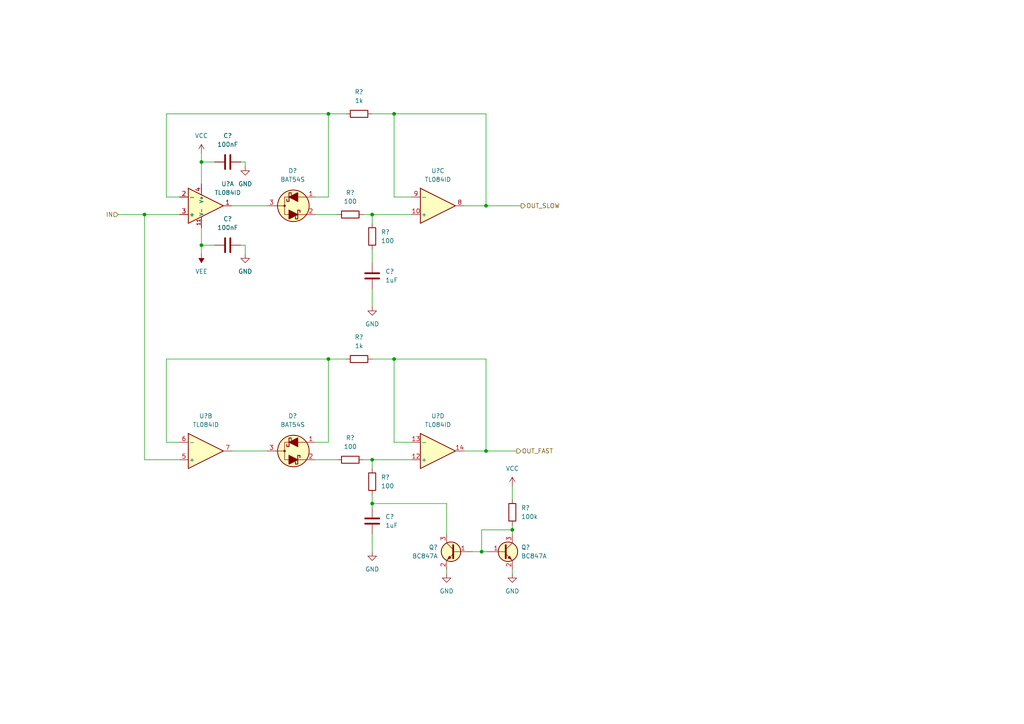
<source format=kicad_sch>
(kicad_sch (version 20211123) (generator eeschema)
  (paper "A4")
  (lib_symbols
    (symbol "4ms_Power-symbol:GND" (power) (pin_names (offset 0))
      (property "Value" "GND" (at 0 -3.81 0))
      (symbol "GND_0_1"
        (polyline (pts (xy 0 0) (xy 0 -1.27) (xy 1.27 -1.27) (xy 0 -2.54) (xy -1.27 -1.27) (xy 0 -1.27)))
      )
      (symbol "GND_1_1"
        (pin power_in line (at 0 0 270) (length 0) hide (name "GND") (number "1"))
      )
    )
    (symbol "Amplifier_Operational_AKL:TL084ID" (pin_names (offset 0.2))
      (property "Reference" "U" (at 1.27 7.62 0))
      (property "Value" "TL084ID" (at 1.27 5.08 0))
      (symbol "TL084ID_0_1"
        (polyline (pts (xy -3.81 5.08) (xy -3.81 -5.08) (xy 6.35 0) (xy -3.81 5.08)) (stroke (width 0.254)) (fill (type background)))
      )
      (symbol "TL084ID_1_1"
        (pin output line (at 8.89 0 180) (length 2.54) (name "~") (number "1"))
        (pin power_in line (at 0 -6.35 90) (length 3.18) (name "V-") (number "11"))
        (pin input line (at -6.35 2.54 0) (length 2.54) (name "-") (number "2"))
        (pin input line (at -6.35 -2.54 0) (length 2.54) (name "+") (number "3"))
        (pin power_in line (at 0 6.35 270) (length 3.18) (name "V+") (number "4"))
      )
      (symbol "TL084ID_2_1"
        (pin input line (at -6.35 -2.54 0) (length 2.54) (name "+") (number "5"))
        (pin input line (at -6.35 2.54 0) (length 2.54) (name "-") (number "6"))
        (pin output line (at 8.89 0 180) (length 2.54) (name "~") (number "7"))
      )
      (symbol "TL084ID_3_1"
        (pin input line (at -6.35 -2.54 0) (length 2.54) (name "+") (number "10"))
        (pin output line (at 8.89 0 180) (length 2.54) (name "~") (number "8"))
        (pin input line (at -6.35 2.54 0) (length 2.54) (name "-") (number "9"))
      )
      (symbol "TL084ID_4_1"
        (pin input line (at -6.35 -2.54 0) (length 2.54) (name "+") (number "12"))
        (pin input line (at -6.35 2.54 0) (length 2.54) (name "-") (number "13"))
        (pin output line (at 8.89 0 180) (length 2.54) (name "~") (number "14"))
      )
    )
    (symbol "Device:C" (pin_numbers hide) (pin_names (offset 0.254))
      (property "Reference" "C" (at 0.635 2.54 0))
      (property "Value" "C" (at 0.635 -2.54 0))
      (symbol "C_0_1"
        (polyline (pts (xy -2.032 -0.762) (xy 2.032 -0.762)) (stroke (width 0.508)))
        (polyline (pts (xy -2.032 0.762) (xy 2.032 0.762)) (stroke (width 0.508)))
      )
      (symbol "C_1_1"
        (pin passive line (at 0 3.81 270) (length 2.794) (name "~") (number "1"))
        (pin passive line (at 0 -3.81 90) (length 2.794) (name "~") (number "2"))
      )
    )
    (symbol "Device:R" (pin_numbers hide) (pin_names (offset 0))
      (property "Reference" "R" (at 2.032 0 90))
      (property "Value" "R" (at 0 0 90))
      (symbol "R_0_1"
        (rectangle (start -1.016 -2.54) (end 1.016 2.54) (stroke (width 0.254)))
      )
      (symbol "R_1_1"
        (pin passive line (at 0 3.81 270) (length 1.27) (name "~") (number "1"))
        (pin passive line (at 0 -3.81 90) (length 1.27) (name "~") (number "2"))
      )
    )
    (symbol "Diode_Schottky_AKL:BAT54S" (pin_names (offset 1.016) hide)
      (property "Reference" "D" (at 0 8.89 0))
      (property "Value" "BAT54S" (at 0 6.35 0))
      (symbol "BAT54S_0_1"
        (polyline (pts (xy -1.27 -2.54) (xy -3.81 -2.54)))
        (polyline (pts (xy -1.27 2.54) (xy -3.81 2.54)))
        (polyline (pts (xy 5.08 0) (xy 2.54 0)))
        (polyline (pts (xy 1.27 -2.54) (xy 2.54 -2.54) (xy 2.54 2.54) (xy 1.27 2.54)))
        (circle (center 0 0) (radius 4.572) (stroke (width 0.254)) (fill (type background)))
        (circle (center 2.54 0) (radius 0.254) (fill (type outline)))
      )
      (symbol "BAT54S_1_1"
        (polyline (pts (xy -1.27 2.54) (xy 1.27 2.54)))
        (polyline (pts (xy 1.27 -2.54) (xy -1.27 -2.54)))
        (polyline (pts (xy -1.27 1.27) (xy -1.27 3.81) (xy 1.27 2.54) (xy -1.27 1.27)) (stroke (width 0.254)) (fill (type outline)))
        (polyline (pts (xy 1.27 -1.27) (xy 1.27 -3.81) (xy -1.27 -2.54) (xy 1.27 -1.27)) (stroke (width 0.254)) (fill (type outline)))
        (polyline (pts (xy -1.905 -1.905) (xy -1.905 -1.27) (xy -1.27 -1.27) (xy -1.27 -3.81) (xy -0.635 -3.81) (xy -0.635 -3.175)) (stroke (width 0.254)))
        (polyline (pts (xy 1.905 1.905) (xy 1.905 1.27) (xy 1.27 1.27) (xy 1.27 3.81) (xy 0.635 3.81) (xy 0.635 3.175)) (stroke (width 0.254)))
        (pin passive line (at -6.35 2.54 0) (length 2.54) (name "A") (number "1"))
        (pin passive line (at -6.35 -2.54 0) (length 2.54) (name "K") (number "2"))
        (pin passive line (at 7.62 0 180) (length 2.54) (name "C") (number "3"))
      )
    )
    (symbol "Transistor_BJT_AKL:BC847A" (pin_names hide)
      (property "Reference" "Q" (at 5.08 1.27 0))
      (property "Value" "BC847A" (at 5.08 -1.27 0))
      (symbol "BC847A_0_1"
        (polyline (pts (xy 0.635 0.635) (xy 2.54 2.54)))
        (polyline (pts (xy 0.635 -0.635) (xy 2.54 -2.54) (xy 2.54 -2.54)))
        (polyline (pts (xy 0.635 1.905) (xy 0.635 -1.905) (xy 0.635 -1.905)) (stroke (width 0.508)))
        (polyline (pts (xy 1.27 -1.778) (xy 1.778 -1.27) (xy 2.286 -2.286) (xy 1.27 -1.778) (xy 1.27 -1.778)) (fill (type outline)))
        (circle (center 1.27 0) (radius 2.8194) (stroke (width 0.254)) (fill (type background)))
      )
      (symbol "BC847A_1_1"
        (pin input line (at -5.08 0 0) (length 5.715) (name "B") (number "1"))
        (pin passive line (at 2.54 -5.08 90) (length 2.54) (name "E") (number "2"))
        (pin passive line (at 2.54 5.08 270) (length 2.54) (name "C") (number "3"))
      )
    )
    (symbol "power:VCC" (power) (pin_names (offset 0))
      (property "Value" "VCC" (at 0 3.81 0))
      (symbol "VCC_0_1"
        (polyline (pts (xy -0.762 1.27) (xy 0 2.54)))
        (polyline (pts (xy 0 0) (xy 0 2.54)))
        (polyline (pts (xy 0 2.54) (xy 0.762 1.27)))
      )
      (symbol "VCC_1_1"
        (pin power_in line (at 0 0 90) (length 0) hide (name "VCC") (number "1"))
      )
    )
    (symbol "power:VEE" (power) (pin_names (offset 0))
      (property "Value" "VEE" (at 0 3.81 0))
      (symbol "VEE_0_1"
        (polyline (pts (xy 0 0) (xy 0 2.54)))
        (polyline (pts (xy 0.762 1.27) (xy -0.762 1.27) (xy 0 2.54) (xy 0.762 1.27)) (fill (type outline)))
      )
      (symbol "VEE_1_1"
        (pin power_in line (at 0 0 90) (length 0) hide (name "VEE") (number "1"))
      )
    )
  )
  (junction (at 139.7 160.02))
  (junction (at 148.59 153.67))
  (junction (at 114.3 33.02))
  (junction (at 107.95 146.05))
  (junction (at 140.97 130.81))
  (junction (at 95.25 104.14))
  (junction (at 58.42 46.99))
  (junction (at 58.42 71.12))
  (junction (at 107.95 133.35))
  (junction (at 140.97 59.69))
  (junction (at 114.3 104.14))
  (junction (at 95.25 33.02))
  (junction (at 41.91 62.23))
  (junction (at 107.95 62.23))
  (wire (pts (xy 119.38 57.15) (xy 114.3 57.15)))
  (wire (pts (xy 67.31 130.81) (xy 77.47 130.81)))
  (wire (pts (xy 58.42 71.12) (xy 58.42 73.66)))
  (wire (pts (xy 140.97 130.81) (xy 134.62 130.81)))
  (wire (pts (xy 107.95 133.35) (xy 107.95 135.89)))
  (wire (pts (xy 91.44 128.27) (xy 95.25 128.27)))
  (wire (pts (xy 114.3 104.14) (xy 114.3 128.27)))
  (wire (pts (xy 95.25 104.14) (xy 48.26 104.14)))
  (wire (pts (xy 71.12 71.12) (xy 69.85 71.12)))
  (wire (pts (xy 95.25 104.14) (xy 100.33 104.14)))
  (wire (pts (xy 107.95 133.35) (xy 119.38 133.35)))
  (wire (pts (xy 58.42 71.12) (xy 58.42 66.04)))
  (wire (pts (xy 114.3 33.02) (xy 140.97 33.02)))
  (wire (pts (xy 140.97 59.69) (xy 151.13 59.69)))
  (wire (pts (xy 41.91 133.35) (xy 52.07 133.35)))
  (wire (pts (xy 105.41 133.35) (xy 107.95 133.35)))
  (wire (pts (xy 62.23 71.12) (xy 58.42 71.12)))
  (wire (pts (xy 140.97 130.81) (xy 149.86 130.81)))
  (wire (pts (xy 148.59 144.78) (xy 148.59 140.97)))
  (wire (pts (xy 41.91 62.23) (xy 41.91 133.35)))
  (wire (pts (xy 148.59 153.67) (xy 148.59 154.94)))
  (wire (pts (xy 107.95 72.39) (xy 107.95 76.2)))
  (wire (pts (xy 140.97 104.14) (xy 140.97 130.81)))
  (wire (pts (xy 48.26 128.27) (xy 52.07 128.27)))
  (wire (pts (xy 140.97 59.69) (xy 134.62 59.69)))
  (wire (pts (xy 139.7 153.67) (xy 139.7 160.02)))
  (wire (pts (xy 107.95 154.94) (xy 107.95 160.02)))
  (wire (pts (xy 119.38 128.27) (xy 114.3 128.27)))
  (wire (pts (xy 107.95 83.82) (xy 107.95 88.9)))
  (wire (pts (xy 91.44 57.15) (xy 95.25 57.15)))
  (wire (pts (xy 148.59 152.4) (xy 148.59 153.67)))
  (wire (pts (xy 105.41 62.23) (xy 107.95 62.23)))
  (wire (pts (xy 107.95 104.14) (xy 114.3 104.14)))
  (wire (pts (xy 95.25 33.02) (xy 48.26 33.02)))
  (wire (pts (xy 107.95 62.23) (xy 119.38 62.23)))
  (wire (pts (xy 107.95 33.02) (xy 114.3 33.02)))
  (wire (pts (xy 95.25 57.15) (xy 95.25 33.02)))
  (wire (pts (xy 71.12 46.99) (xy 69.85 46.99)))
  (wire (pts (xy 114.3 104.14) (xy 140.97 104.14)))
  (wire (pts (xy 129.54 165.1) (xy 129.54 166.37)))
  (wire (pts (xy 91.44 133.35) (xy 97.79 133.35)))
  (wire (pts (xy 48.26 104.14) (xy 48.26 128.27)))
  (wire (pts (xy 129.54 146.05) (xy 107.95 146.05)))
  (wire (pts (xy 107.95 146.05) (xy 107.95 147.32)))
  (wire (pts (xy 71.12 73.66) (xy 71.12 71.12)))
  (wire (pts (xy 95.25 128.27) (xy 95.25 104.14)))
  (wire (pts (xy 48.26 33.02) (xy 48.26 57.15)))
  (wire (pts (xy 140.97 33.02) (xy 140.97 59.69)))
  (wire (pts (xy 129.54 154.94) (xy 129.54 146.05)))
  (wire (pts (xy 48.26 57.15) (xy 52.07 57.15)))
  (wire (pts (xy 107.95 143.51) (xy 107.95 146.05)))
  (wire (pts (xy 91.44 62.23) (xy 97.79 62.23)))
  (wire (pts (xy 52.07 62.23) (xy 41.91 62.23)))
  (wire (pts (xy 148.59 165.1) (xy 148.59 166.37)))
  (wire (pts (xy 58.42 46.99) (xy 58.42 53.34)))
  (wire (pts (xy 67.31 59.69) (xy 77.47 59.69)))
  (wire (pts (xy 114.3 33.02) (xy 114.3 57.15)))
  (wire (pts (xy 139.7 160.02) (xy 140.97 160.02)))
  (wire (pts (xy 137.16 160.02) (xy 139.7 160.02)))
  (wire (pts (xy 62.23 46.99) (xy 58.42 46.99)))
  (wire (pts (xy 34.29 62.23) (xy 41.91 62.23)))
  (wire (pts (xy 95.25 33.02) (xy 100.33 33.02)))
  (wire (pts (xy 107.95 62.23) (xy 107.95 64.77)))
  (wire (pts (xy 71.12 46.99) (xy 71.12 48.26)))
  (wire (pts (xy 58.42 44.45) (xy 58.42 46.99)))
  (wire (pts (xy 148.59 153.67) (xy 139.7 153.67)))
  (hierarchical_label "OUT_SLOW" (shape output) (at 151.13 59.69 0))
  (hierarchical_label "OUT_FAST" (shape output) (at 149.86 130.81 0))
  (hierarchical_label "IN" (shape input) (at 34.29 62.23 180))
  (symbol (lib_id "power:VEE") (at 58.42 73.66 180) (unit 1)
    (property "Reference" "#PWR?" (effects hide))
    (property "Value" "VEE" (at 58.42 78.74 0))
  )
  (symbol (lib_id "Amplifier_Operational_AKL:TL084ID") (at 125.73 59.69 0) (unit 3)
    (property "Reference" "U?" (at 127 49.53 0))
    (property "Value" "TL084ID" (at 127 52.07 0))
    (property "Footprint" "Package_SO_AKL:SOIC-14_3.9x8.7mm_P1.27mm" (effects hide))
    (property "Datasheet" "https://www.ti.com/lit/ds/symlink/tl081h.pdf?ts=1635082419092&ref_url=https%253A%252F%252Fwww.google.com%252F" (effects hide))
  )
  (symbol (lib_id "Diode_Schottky_AKL:BAT54S") (at 85.09 59.69 0) (mirror y) (unit 1)
    (property "Reference" "D?" (at 84.8995 49.53 0))
    (property "Value" "BAT54S" (at 84.8995 52.07 0))
    (property "Footprint" "Package_TO_SOT_SMD_AKL:SOT-23" (effects hide))
    (property "Datasheet" "https://www.tme.eu/Document/2c1c71bcfe5aad5e582fdc49c2dc275f/BAT54.215.pdf" (effects hide))
  )
  (symbol (lib_id "power:VCC") (at 148.59 140.97 0) (unit 1)
    (property "Reference" "#PWR?" (effects hide))
    (property "Value" "VCC" (at 148.59 135.89 0))
  )
  (symbol (lib_id "Device:R") (at 148.59 148.59 0) (unit 1)
    (property "Reference" "R?" (at 151.13 147.3199 0) (effects (justify left)))
    (property "Value" "100k" (at 151.13 149.8599 0) (effects (justify left)))
  )
  (symbol (lib_id "Device:C") (at 107.95 80.01 0) (unit 1)
    (property "Reference" "C?" (at 111.76 78.7399 0) (effects (justify left)))
    (property "Value" "1uF" (at 111.76 81.2799 0) (effects (justify left)))
  )
  (symbol (lib_id "Device:C") (at 66.04 46.99 90) (unit 1)
    (property "Reference" "C?" (at 66.04 39.37 90))
    (property "Value" "100nF" (at 66.04 41.91 90))
  )
  (symbol (lib_id "Device:R") (at 107.95 68.58 0) (unit 1)
    (property "Reference" "R?" (at 110.49 67.3099 0) (effects (justify left)))
    (property "Value" "100" (at 110.49 69.8499 0) (effects (justify left)))
  )
  (symbol (lib_id "Device:R") (at 104.14 104.14 90) (unit 1)
    (property "Reference" "R?" (at 104.14 97.79 90))
    (property "Value" "1k" (at 104.14 100.33 90))
  )
  (symbol (lib_id "Device:C") (at 107.95 151.13 0) (unit 1)
    (property "Reference" "C?" (at 111.76 149.8599 0) (effects (justify left)))
    (property "Value" "1uF" (at 111.76 152.3999 0) (effects (justify left)))
  )
  (symbol (lib_id "4ms_Power-symbol:GND") (at 71.12 48.26 0) (unit 1)
    (property "Reference" "#PWR?" (effects hide))
    (property "Value" "GND" (at 71.12 53.34 0))
  )
  (symbol (lib_id "4ms_Power-symbol:GND") (at 148.59 166.37 0) (unit 1)
    (property "Reference" "#PWR?" (effects hide))
    (property "Value" "GND" (at 148.59 171.45 0))
  )
  (symbol (lib_id "4ms_Power-symbol:GND") (at 107.95 160.02 0) (unit 1)
    (property "Reference" "#PWR?" (effects hide))
    (property "Value" "GND" (at 107.95 165.1 0))
  )
  (symbol (lib_id "Transistor_BJT_AKL:BC847A") (at 132.08 160.02 0) (mirror y) (unit 1)
    (property "Reference" "Q?" (at 127 158.7499 0) (effects (justify left)))
    (property "Value" "BC847A" (at 127 161.2899 0) (effects (justify left)))
    (property "Footprint" "Package_TO_SOT_SMD_AKL:SOT-23" (effects hide))
    (property "Datasheet" "https://assets.nexperia.com/documents/data-sheet/BC847_SER.pdf" (effects hide))
  )
  (symbol (lib_id "Device:R") (at 104.14 33.02 90) (unit 1)
    (property "Reference" "R?" (at 104.14 26.67 90))
    (property "Value" "1k" (at 104.14 29.21 90))
  )
  (symbol (lib_id "4ms_Power-symbol:GND") (at 129.54 166.37 0) (unit 1)
    (property "Reference" "#PWR?" (effects hide))
    (property "Value" "GND" (at 129.54 171.45 0))
  )
  (symbol (lib_id "Amplifier_Operational_AKL:TL084ID") (at 125.73 130.81 0) (unit 4)
    (property "Reference" "U?" (at 127 120.65 0))
    (property "Value" "TL084ID" (at 127 123.19 0))
    (property "Footprint" "Package_SO_AKL:SOIC-14_3.9x8.7mm_P1.27mm" (effects hide))
    (property "Datasheet" "https://www.ti.com/lit/ds/symlink/tl081h.pdf?ts=1635082419092&ref_url=https%253A%252F%252Fwww.google.com%252F" (effects hide))
  )
  (symbol (lib_id "Device:R") (at 107.95 139.7 0) (unit 1)
    (property "Reference" "R?" (at 110.49 138.4299 0) (effects (justify left)))
    (property "Value" "100" (at 110.49 140.9699 0) (effects (justify left)))
  )
  (symbol (lib_id "Device:C") (at 66.04 71.12 90) (unit 1)
    (property "Reference" "C?" (at 66.04 63.5 90))
    (property "Value" "100nF" (at 66.04 66.04 90))
  )
  (symbol (lib_id "Amplifier_Operational_AKL:TL084ID") (at 58.42 59.69 0) (unit 1)
    (property "Reference" "U?" (at 66.04 53.34 0))
    (property "Value" "TL084ID" (at 66.04 55.88 0))
    (property "Footprint" "Package_SO_AKL:SOIC-14_3.9x8.7mm_P1.27mm" (effects hide))
    (property "Datasheet" "https://www.ti.com/lit/ds/symlink/tl081h.pdf?ts=1635082419092&ref_url=https%253A%252F%252Fwww.google.com%252F" (effects hide))
  )
  (symbol (lib_id "Amplifier_Operational_AKL:TL084ID") (at 58.42 130.81 0) (unit 2)
    (property "Reference" "U?" (at 59.69 120.65 0))
    (property "Value" "TL084ID" (at 59.69 123.19 0))
    (property "Footprint" "Package_SO_AKL:SOIC-14_3.9x8.7mm_P1.27mm" (effects hide))
    (property "Datasheet" "https://www.ti.com/lit/ds/symlink/tl081h.pdf?ts=1635082419092&ref_url=https%253A%252F%252Fwww.google.com%252F" (effects hide))
  )
  (symbol (lib_id "power:VCC") (at 58.42 44.45 0) (unit 1)
    (property "Reference" "#PWR?" (effects hide))
    (property "Value" "VCC" (at 58.42 39.37 0))
  )
  (symbol (lib_id "4ms_Power-symbol:GND") (at 107.95 88.9 0) (unit 1)
    (property "Reference" "#PWR?" (effects hide))
    (property "Value" "GND" (at 107.95 93.98 0))
  )
  (symbol (lib_id "Device:R") (at 101.6 62.23 90) (unit 1)
    (property "Reference" "R?" (at 101.6 55.88 90))
    (property "Value" "100" (at 101.6 58.42 90))
  )
  (symbol (lib_id "4ms_Power-symbol:GND") (at 71.12 73.66 0) (unit 1)
    (property "Reference" "#PWR?" (effects hide))
    (property "Value" "GND" (at 71.12 78.74 0))
  )
  (symbol (lib_id "Transistor_BJT_AKL:BC847A") (at 146.05 160.02 0) (unit 1)
    (property "Reference" "Q?" (at 151.13 158.7499 0) (effects (justify left)))
    (property "Value" "BC847A" (at 151.13 161.2899 0) (effects (justify left)))
    (property "Footprint" "Package_TO_SOT_SMD_AKL:SOT-23" (effects hide))
    (property "Datasheet" "https://assets.nexperia.com/documents/data-sheet/BC847_SER.pdf" (effects hide))
  )
  (symbol (lib_id "Device:R") (at 101.6 133.35 90) (unit 1)
    (property "Reference" "R?" (at 101.6 127 90))
    (property "Value" "100" (at 101.6 129.54 90))
  )
  (symbol (lib_id "Diode_Schottky_AKL:BAT54S") (at 85.09 130.81 0) (mirror y) (unit 1)
    (property "Reference" "D?" (at 84.8995 120.65 0))
    (property "Value" "BAT54S" (at 84.8995 123.19 0))
    (property "Footprint" "Package_TO_SOT_SMD_AKL:SOT-23" (effects hide))
    (property "Datasheet" "https://www.tme.eu/Document/2c1c71bcfe5aad5e582fdc49c2dc275f/BAT54.215.pdf" (effects hide))
  )
)
</source>
